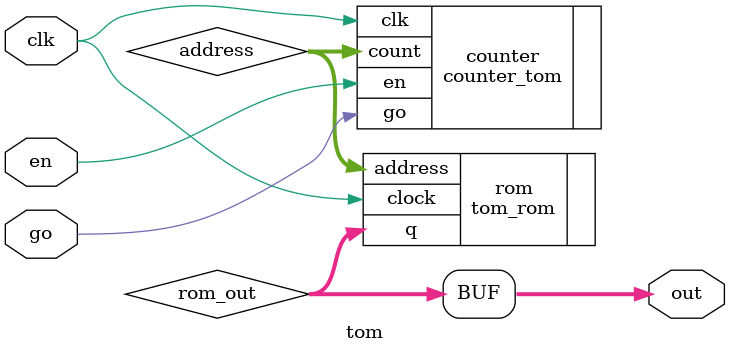
<source format=v>
module tom(out, clk, en, go);
	output [7:0] out;
	input clk, en, go;

	wire [15:0] address;
	wire [7:0] rom_out;

	// counter
	counter_tom counter(.count(address), .clk(clk), .en(en), .go(go));

	// rom
	tom_rom rom(.address(address), .clock(clk), .q(rom_out));	

	assign out = rom_out;

endmodule

</source>
